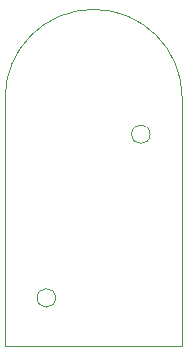
<source format=gm1>
G04 #@! TF.FileFunction,Profile,NP*
%FSLAX46Y46*%
G04 Gerber Fmt 4.6, Leading zero omitted, Abs format (unit mm)*
G04 Created by KiCad (PCBNEW 4.0.7) date Sat Jun  9 20:27:24 2018*
%MOMM*%
%LPD*%
G01*
G04 APERTURE LIST*
%ADD10C,0.100000*%
G04 APERTURE END LIST*
D10*
X62283500Y-37093594D02*
G75*
G03X62283500Y-37093594I-783500J0D01*
G01*
X50000000Y-55021797D02*
X50000000Y-34021797D01*
X65000000Y-55021797D02*
X50000000Y-55021797D01*
X65000000Y-34021797D02*
X65000000Y-55021797D01*
X50000000Y-34021797D02*
G75*
G02X65000000Y-34021797I7500000J0D01*
G01*
X54283500Y-50950000D02*
G75*
G03X54283500Y-50950000I-783500J0D01*
G01*
M02*

</source>
